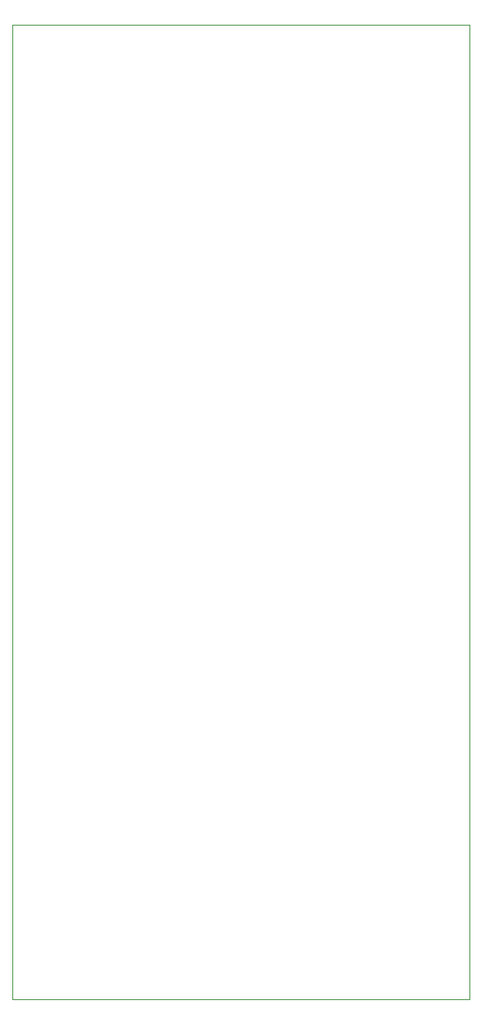
<source format=gm1>
G04 #@! TF.GenerationSoftware,KiCad,Pcbnew,6.0.1-79c1e3a40b~116~ubuntu20.04.1*
G04 #@! TF.CreationDate,2022-01-29T19:42:55-05:00*
G04 #@! TF.ProjectId,attenuverters_back,61747465-6e75-4766-9572-746572735f62,rev?*
G04 #@! TF.SameCoordinates,Original*
G04 #@! TF.FileFunction,Profile,NP*
%FSLAX46Y46*%
G04 Gerber Fmt 4.6, Leading zero omitted, Abs format (unit mm)*
G04 Created by KiCad (PCBNEW 6.0.1-79c1e3a40b~116~ubuntu20.04.1) date 2022-01-29 19:42:55*
%MOMM*%
%LPD*%
G01*
G04 APERTURE LIST*
G04 #@! TA.AperFunction,Profile*
%ADD10C,0.100000*%
G04 #@! TD*
G04 APERTURE END LIST*
D10*
X173500382Y-150000923D02*
X126499076Y-150000382D01*
X173500923Y-49999617D02*
X173500382Y-150000923D01*
X126499076Y-150000382D02*
X126499000Y-50000000D01*
X126499000Y-50000000D02*
X173500923Y-49999617D01*
M02*

</source>
